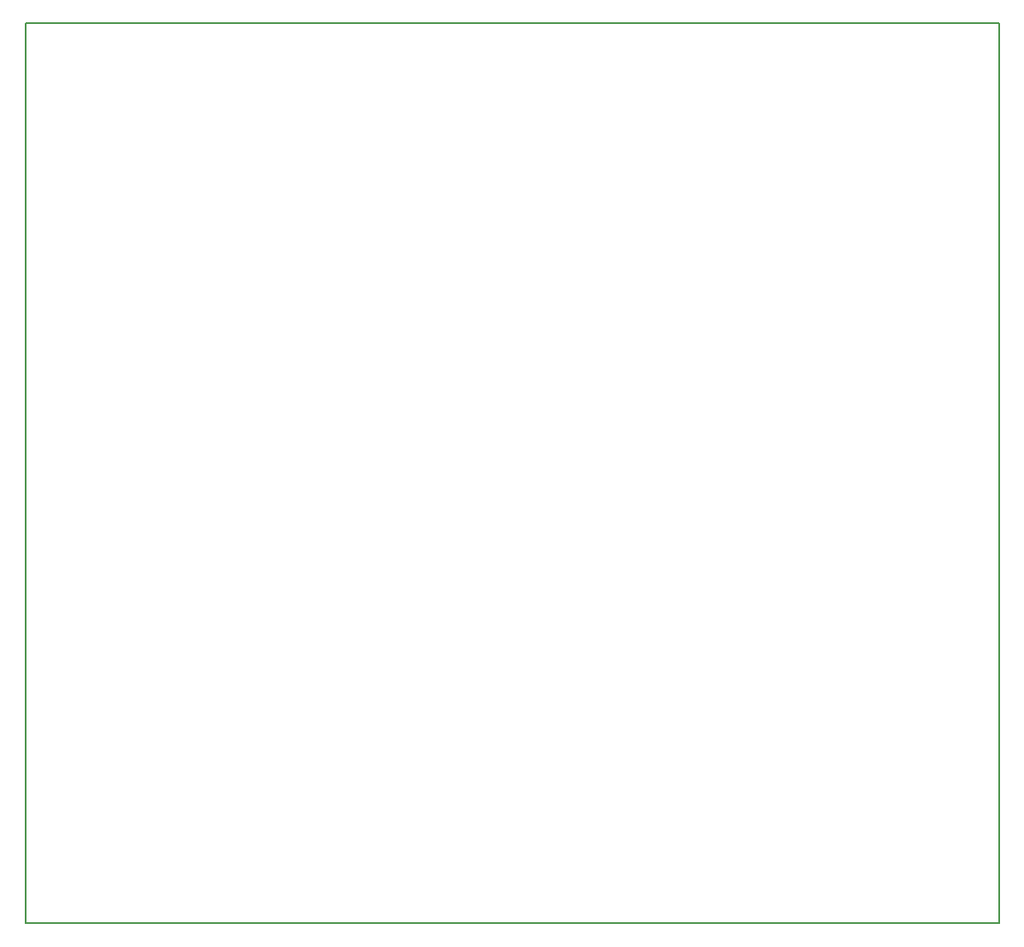
<source format=gm1>
G04 MADE WITH FRITZING*
G04 WWW.FRITZING.ORG*
G04 DOUBLE SIDED*
G04 HOLES PLATED*
G04 CONTOUR ON CENTER OF CONTOUR VECTOR*
%ASAXBY*%
%FSLAX23Y23*%
%MOIN*%
%OFA0B0*%
%SFA1.0B1.0*%
%ADD10R,3.802190X3.515200*%
%ADD11C,0.008000*%
%ADD10C,0.008*%
%LNCONTOUR*%
G90*
G70*
G54D10*
G54D11*
X4Y3511D02*
X3798Y3511D01*
X3798Y4D01*
X4Y4D01*
X4Y3511D01*
D02*
G04 End of contour*
M02*
</source>
